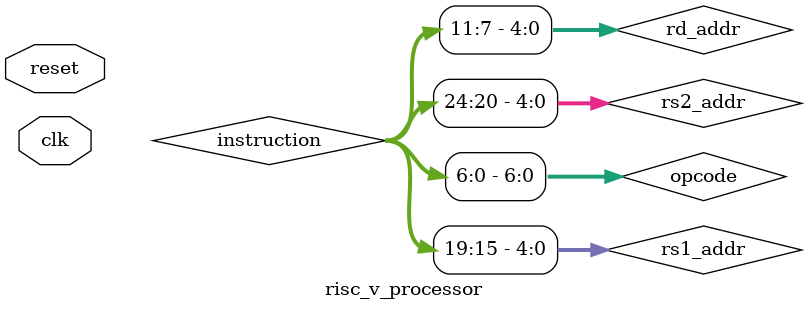
<source format=v>
`timescale 1ns / 1ps

module risc_v_processor (
    input clk,
    input reset
);
    wire [31:0] pc_in;
    wire [31:0] pc_out;
    wire [31:0] instruction;
    wire [31:0] rs1_data, rs2_data;
    wire [31:0] alu_result;
    wire [31:0] mem_read_data;
    wire [31:0] write_data;
    wire [31:0] immediate;
    wire zero;
    wire [6:0] opcode;
    wire [2:0] funct3;
    wire [6:0] funct7;
    wire [4:0] rs1_addr, rs2_addr, rd_addr;

    // Control signals
    wire reg_write, mem_to_reg, mem_read, mem_write, branch, alu_src;
    wire [1:0] alu_op;
    wire [3:0] alu_control;

    // Program Counter
    pc PC (
        .clk(clk),
        .reset(reset),
        .pc_in(pc_in),
        .pc_out(pc_out)
    );

    // Instruction Memory
    instruction_memory IMEM (
        .addr(pc_out),
        .instruction(instruction)
    );

    // Extract instruction fields
    assign opcode = instruction[6:0];
    assign rd_addr = instruction[11:7];
    assign funct3 = instruction[14:12];
    assign rs1_addr = instruction[19:15];
    assign rs2_addr = instruction[24:20];
    assign funct7 = instruction[31:25];

    // Control Unit
    control_unit CU (
        .opcode(opcode),
        .reg_write(reg_write),
        .mem_to_reg(mem_to_reg),
        .mem_read(mem_read),
        .mem_write(mem_write),
        .branch(branch),
        .alu_op(alu_op),
        .alu_src(alu_src)
    );

    // Register File
    register_file RF (
        .clk(clk),
        .rs1_addr(rs1_addr),
        .rs2_addr(rs2_addr),
        .rd_addr(rd_addr),
        .rd_data(write_data),
        .reg_write(reg_write),
        .rs1_data(rs1_data),
        .rs2_data(rs2_data)
    );

    // Sign Extender
    sign_extender SE (
        .instruction(instruction),
        .immediate(immediate)
    );

    // ALU Control Unit
    alu_control ALU_CU (
        .alu_op(alu_op),
        .funct3(funct3),
        .funct7(funct7),
        .alu_control(alu_control)
    );

    // ALU
    wire [31:0] alu_operand_b;
    assign alu_operand_b = (alu_src) ? immediate : rs2_data;
    alu ALU (
        .operand_a(rs1_data),
        .operand_b(alu_operand_b),
        .alu_control(alu_control),
        .alu_result(alu_result),
        .zero(zero)
    );

    // Data Memory
    data_memory DMEM (
        .clk(clk),
        .addr(alu_result),
        .write_data(rs2_data),
        .mem_write(mem_write),
        .mem_read(mem_read),
        .read_data(mem_read_data)
    );

    // Write back data selection
    assign write_data = (mem_to_reg) ? mem_read_data : alu_result;

    // Next PC computation
    wire [31:0] pc_plus_4;
    assign pc_plus_4 = pc_out + 4;
    wire [31:0] branch_target;
    assign branch_target = pc_out + immediate;

    assign pc_in = (branch && zero) ? branch_target : pc_plus_4;

endmodule

</source>
